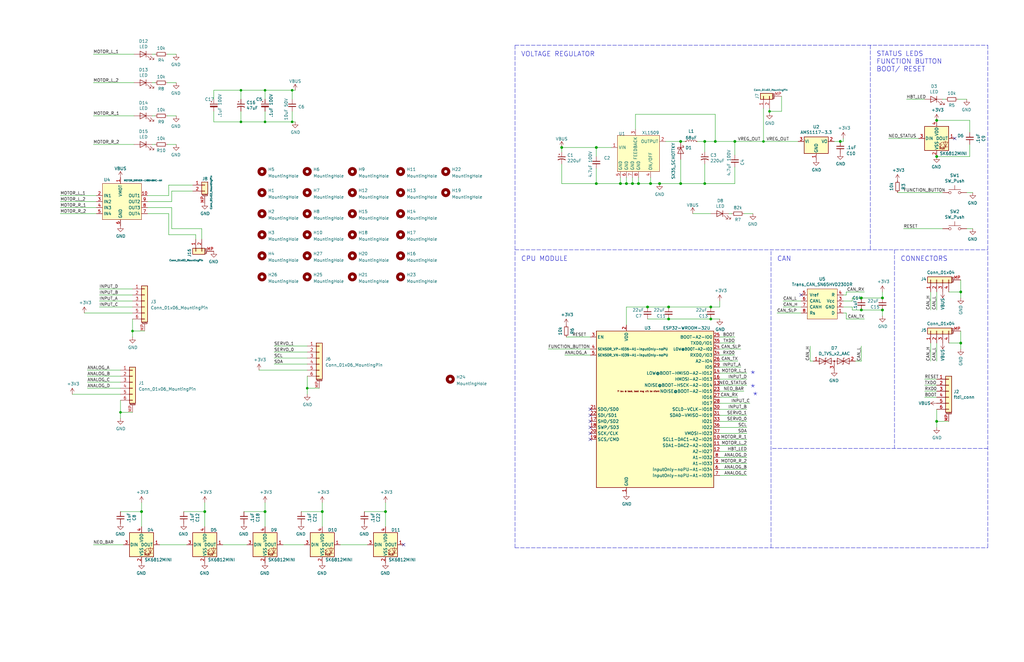
<source format=kicad_sch>
(kicad_sch (version 20211123) (generator eeschema)
  (paper "B")
  (title_block (rev "1.0P") (company "Evezor Inc."))
  (junction (at 309.88 59.69) (diameter 1.016))
  (junction (at 123.19 51.435))
  (junction (at 59.69 215.9) (diameter 1.016))
  (junction (at 261.62 77.47) (diameter 1.016))
  (junction (at 162.56 215.9) (diameter 1.016))
  (junction (at 251.46 77.47) (diameter 1.016))
  (junction (at 405.13 123.19) (diameter 1.016))
  (junction (at 287.02 77.47) (diameter 1.016))
  (junction (at 299.72 129.54) (diameter 1.016))
  (junction (at 324.485 46.99))
  (junction (at 372.11 130.81) (diameter 1.016))
  (junction (at 273.05 129.54) (diameter 1.016))
  (junction (at 86.36 215.9) (diameter 1.016))
  (junction (at 55.88 139.7))
  (junction (at 372.11 125.73) (diameter 1.016))
  (junction (at 135.89 215.9) (diameter 1.016))
  (junction (at 101.6 51.435))
  (junction (at 278.13 77.47) (diameter 1.016))
  (junction (at 363.22 125.73) (diameter 1.016))
  (junction (at 321.945 59.69))
  (junction (at 269.24 77.47) (diameter 1.016))
  (junction (at 394.97 50.8) (diameter 1.016))
  (junction (at 101.6 38.1))
  (junction (at 405.13 144.78) (diameter 1.016))
  (junction (at 394.97 66.04) (diameter 1.016))
  (junction (at 281.94 134.62) (diameter 1.016))
  (junction (at 264.16 77.47) (diameter 1.016))
  (junction (at 354.33 59.69) (diameter 1.016))
  (junction (at 111.76 51.435))
  (junction (at 266.7 77.47) (diameter 1.016))
  (junction (at 299.72 134.62) (diameter 1.016))
  (junction (at 281.94 129.54) (diameter 1.016))
  (junction (at 297.18 59.69) (diameter 1.016))
  (junction (at 111.76 38.1))
  (junction (at 129.54 163.83))
  (junction (at 301.625 59.69) (diameter 1.016))
  (junction (at 363.22 130.81) (diameter 1.016))
  (junction (at 297.18 77.47) (diameter 1.016))
  (junction (at 50.8 173.99))
  (junction (at 123.19 38.1))
  (junction (at 394.97 177.8) (diameter 1.016))
  (junction (at 274.32 77.47) (diameter 1.016))
  (junction (at 251.46 62.23) (diameter 1.016))
  (junction (at 287.02 59.69) (diameter 1.016))
  (junction (at 236.855 62.23) (diameter 1.016))
  (junction (at 111.76 215.9) (diameter 1.016))
  (no_connect (at 248.92 180.34))
  (no_connect (at 248.92 177.8))
  (no_connect (at 248.92 172.72))
  (no_connect (at 402.59 58.42))
  (no_connect (at 248.92 175.26))
  (no_connect (at 337.82 124.46))
  (no_connect (at 248.92 182.88))
  (no_connect (at 170.18 229.87))
  (no_connect (at 248.92 185.42))
  (wire (pts (xy 50.8 215.9) (xy 59.69 215.9)))
  (wire (pts (xy 111.76 38.1) (xy 111.76 41.91)))
  (wire (pts (xy 363.22 146.05) (xy 363.22 152.4)))
  (polyline (pts (xy 367.03 19.05) (xy 367.03 105.41)) (stroke (width 0) (type dash)))
  (wire (pts (xy 337.82 129.54) (xy 330.2 129.54)))
  (wire (pts (xy 356.87 134.62) (xy 364.49 134.62)))
  (wire (pts (xy 394.97 123.19) (xy 394.97 130.81)))
  (wire (pts (xy 387.35 58.42) (xy 374.65 58.42)))
  (wire (pts (xy 355.6 124.46) (xy 356.87 124.46)))
  (wire (pts (xy 123.19 51.435) (xy 124.46 51.435)))
  (wire (pts (xy 115.57 146.05) (xy 129.54 146.05)))
  (wire (pts (xy 127 215.9) (xy 135.89 215.9)))
  (wire (pts (xy 115.57 148.59) (xy 129.54 148.59)))
  (wire (pts (xy 25.4 87.63) (xy 40.64 87.63)))
  (wire (pts (xy 123.19 38.1) (xy 123.19 41.91)))
  (wire (pts (xy 102.87 215.9) (xy 111.76 215.9)))
  (wire (pts (xy 111.76 215.9) (xy 111.76 222.25)))
  (wire (pts (xy 392.43 123.19) (xy 392.43 130.81)))
  (wire (pts (xy 341.63 146.05) (xy 341.63 152.4)))
  (wire (pts (xy 77.47 215.9) (xy 86.36 215.9)))
  (wire (pts (xy 356.87 124.46) (xy 356.87 123.19)))
  (wire (pts (xy 372.11 125.73) (xy 372.11 123.19)))
  (wire (pts (xy 39.37 22.86) (xy 56.515 22.86)))
  (wire (pts (xy 329.565 46.99) (xy 324.485 46.99)))
  (wire (pts (xy 321.945 45.72) (xy 321.945 59.69)))
  (wire (pts (xy 111.76 51.435) (xy 111.76 46.99)))
  (wire (pts (xy 403.86 41.91) (xy 407.67 41.91)))
  (wire (pts (xy 309.88 59.69) (xy 309.88 65.405)))
  (wire (pts (xy 303.53 142.24) (xy 309.88 142.24)))
  (wire (pts (xy 363.22 125.73) (xy 372.11 125.73)))
  (wire (pts (xy 394.97 66.04) (xy 408.94 66.04)))
  (wire (pts (xy 64.135 34.925) (xy 65.405 34.925)))
  (wire (pts (xy 294.005 59.69) (xy 297.18 59.69)))
  (wire (pts (xy 356.87 123.19) (xy 364.49 123.19)))
  (wire (pts (xy 278.13 77.47) (xy 287.02 77.47)))
  (wire (pts (xy 363.22 130.81) (xy 372.11 130.81)))
  (wire (pts (xy 236.855 77.47) (xy 251.46 77.47)))
  (wire (pts (xy 359.41 127) (xy 359.41 125.73)))
  (wire (pts (xy 162.56 215.9) (xy 162.56 212.09)))
  (wire (pts (xy 299.72 129.54) (xy 303.53 129.54)))
  (wire (pts (xy 62.23 90.17) (xy 71.12 90.17)))
  (wire (pts (xy 71.12 90.17) (xy 71.12 99.06)))
  (wire (pts (xy 71.12 99.06) (xy 82.55 99.06)))
  (wire (pts (xy 111.76 215.9) (xy 111.76 212.09)))
  (wire (pts (xy 251.46 62.23) (xy 236.855 62.23)))
  (wire (pts (xy 389.89 160.02) (xy 394.97 160.02)))
  (wire (pts (xy 267.97 48.26) (xy 267.97 54.61)))
  (wire (pts (xy 86.36 215.9) (xy 86.36 222.25)))
  (wire (pts (xy 297.18 77.47) (xy 309.88 77.47)))
  (wire (pts (xy 303.53 129.54) (xy 303.53 127)))
  (wire (pts (xy 101.6 51.435) (xy 101.6 46.99)))
  (polyline (pts (xy 217.17 19.05) (xy 416.56 19.05)) (stroke (width 0) (type dash)))
  (wire (pts (xy 303.53 190.5) (xy 314.96 190.5)))
  (wire (pts (xy 394.97 177.8) (xy 400.05 177.8)))
  (wire (pts (xy 85.09 96.52) (xy 85.09 100.965)))
  (wire (pts (xy 400.05 144.78) (xy 405.13 144.78)))
  (wire (pts (xy 135.89 215.9) (xy 135.89 212.09)))
  (wire (pts (xy 303.53 200.66) (xy 314.96 200.66)))
  (wire (pts (xy 327.66 132.08) (xy 337.82 132.08)))
  (wire (pts (xy 341.63 152.4) (xy 342.9 152.4)))
  (wire (pts (xy 111.76 38.1) (xy 123.19 38.1)))
  (wire (pts (xy 303.53 198.12) (xy 314.96 198.12)))
  (wire (pts (xy 329.565 40.64) (xy 329.565 46.99)))
  (wire (pts (xy 30.48 166.37) (xy 50.8 166.37)))
  (wire (pts (xy 55.88 139.7) (xy 60.96 139.7)))
  (wire (pts (xy 115.57 153.67) (xy 129.54 153.67)))
  (wire (pts (xy 303.53 165.1) (xy 313.69 165.1)))
  (wire (pts (xy 59.69 215.9) (xy 59.69 212.09)))
  (wire (pts (xy 25.4 82.55) (xy 40.64 82.55)))
  (wire (pts (xy 123.19 51.435) (xy 123.19 46.99)))
  (wire (pts (xy 261.62 77.47) (xy 264.16 77.47)))
  (wire (pts (xy 309.88 149.86) (xy 303.53 149.86)))
  (wire (pts (xy 109.22 156.21) (xy 129.54 156.21)))
  (wire (pts (xy 39.37 34.925) (xy 56.515 34.925)))
  (wire (pts (xy 309.88 59.69) (xy 321.945 59.69)))
  (wire (pts (xy 378.46 81.28) (xy 397.51 81.28)))
  (wire (pts (xy 382.27 41.91) (xy 389.89 41.91)))
  (wire (pts (xy 269.24 77.47) (xy 274.32 77.47)))
  (wire (pts (xy 351.79 59.69) (xy 354.33 59.69)))
  (wire (pts (xy 162.56 215.9) (xy 162.56 222.25)))
  (wire (pts (xy 355.6 127) (xy 359.41 127)))
  (wire (pts (xy 301.625 48.26) (xy 301.625 59.69)))
  (wire (pts (xy 111.76 51.435) (xy 123.19 51.435)))
  (wire (pts (xy 355.6 132.08) (xy 356.87 132.08)))
  (wire (pts (xy 41.91 124.46) (xy 55.88 124.46)))
  (wire (pts (xy 251.46 62.23) (xy 251.46 66.04)))
  (wire (pts (xy 70.485 34.925) (xy 74.295 34.925)))
  (wire (pts (xy 59.69 215.9) (xy 59.69 222.25)))
  (wire (pts (xy 129.54 163.83) (xy 129.54 166.37)))
  (wire (pts (xy 394.97 172.72) (xy 394.97 177.8)))
  (wire (pts (xy 394.97 177.8) (xy 394.97 180.34)))
  (wire (pts (xy 363.22 152.4) (xy 360.68 152.4)))
  (wire (pts (xy 407.67 81.28) (xy 410.21 81.28)))
  (wire (pts (xy 52.07 229.87) (xy 39.37 229.87)))
  (polyline (pts (xy 217.17 231.14) (xy 217.17 19.05)) (stroke (width 0) (type dash)))
  (wire (pts (xy 394.97 167.64) (xy 389.89 167.64)))
  (wire (pts (xy 303.53 160.02) (xy 314.96 160.02)))
  (wire (pts (xy 90.17 38.1) (xy 90.17 41.91)))
  (wire (pts (xy 41.91 127) (xy 55.88 127)))
  (wire (pts (xy 39.37 48.895) (xy 56.515 48.895)))
  (wire (pts (xy 36.83 161.29) (xy 50.8 161.29)))
  (wire (pts (xy 309.88 70.485) (xy 309.88 77.47)))
  (wire (pts (xy 407.67 96.52) (xy 410.21 96.52)))
  (wire (pts (xy 50.8 168.91) (xy 50.8 173.99)))
  (wire (pts (xy 70.485 22.86) (xy 74.295 22.86)))
  (wire (pts (xy 303.53 152.4) (xy 311.15 152.4)))
  (polyline (pts (xy 416.56 189.23) (xy 325.12 189.23)) (stroke (width 0) (type dash)))
  (wire (pts (xy 287.02 77.47) (xy 297.18 77.47)))
  (wire (pts (xy 264.16 74.93) (xy 264.16 77.47)))
  (wire (pts (xy 299.72 134.62) (xy 303.53 134.62)))
  (polyline (pts (xy 416.56 19.05) (xy 416.56 231.14)) (stroke (width 0) (type dash)))
  (wire (pts (xy 119.38 229.87) (xy 128.27 229.87)))
  (wire (pts (xy 264.16 77.47) (xy 266.7 77.47)))
  (wire (pts (xy 143.51 229.87) (xy 154.94 229.87)))
  (wire (pts (xy 281.94 134.62) (xy 299.72 134.62)))
  (wire (pts (xy 93.98 229.87) (xy 104.14 229.87)))
  (wire (pts (xy 36.83 156.21) (xy 50.8 156.21)))
  (wire (pts (xy 303.53 162.56) (xy 314.96 162.56)))
  (wire (pts (xy 236.855 69.215) (xy 236.855 77.47)))
  (polyline (pts (xy 377.19 105.41) (xy 377.19 189.23)) (stroke (width 0) (type dash)))
  (wire (pts (xy 266.7 74.93) (xy 266.7 77.47)))
  (wire (pts (xy 297.18 59.69) (xy 301.625 59.69)))
  (wire (pts (xy 25.4 90.17) (xy 40.64 90.17)))
  (wire (pts (xy 25.4 85.09) (xy 40.64 85.09)))
  (wire (pts (xy 274.32 74.93) (xy 274.32 77.47)))
  (wire (pts (xy 257.81 62.23) (xy 251.46 62.23)))
  (wire (pts (xy 101.6 38.1) (xy 101.6 41.91)))
  (wire (pts (xy 287.02 59.69) (xy 288.925 59.69)))
  (wire (pts (xy 303.53 187.96) (xy 314.96 187.96)))
  (wire (pts (xy 231.14 147.32) (xy 248.92 147.32)))
  (wire (pts (xy 62.23 82.55) (xy 71.12 82.55)))
  (wire (pts (xy 71.12 78.105) (xy 81.28 78.105)))
  (wire (pts (xy 71.12 82.55) (xy 71.12 78.105)))
  (wire (pts (xy 356.87 132.08) (xy 356.87 134.62)))
  (wire (pts (xy 303.53 182.88) (xy 314.96 182.88)))
  (wire (pts (xy 287.02 77.47) (xy 287.02 67.31)))
  (wire (pts (xy 251.46 71.12) (xy 251.46 77.47)))
  (wire (pts (xy 405.13 118.11) (xy 405.13 123.19)))
  (wire (pts (xy 303.53 157.48) (xy 314.96 157.48)))
  (wire (pts (xy 355.6 129.54) (xy 359.41 129.54)))
  (wire (pts (xy 316.23 170.18) (xy 303.53 170.18)))
  (wire (pts (xy 301.625 59.69) (xy 309.88 59.69)))
  (wire (pts (xy 408.94 66.04) (xy 408.94 60.96)))
  (wire (pts (xy 303.53 185.42) (xy 314.96 185.42)))
  (wire (pts (xy 55.88 134.62) (xy 55.88 139.7)))
  (wire (pts (xy 129.54 163.83) (xy 134.62 163.83)))
  (wire (pts (xy 238.76 142.24) (xy 248.92 142.24)))
  (wire (pts (xy 324.485 46.99) (xy 324.485 47.625)))
  (wire (pts (xy 90.17 51.435) (xy 101.6 51.435)))
  (wire (pts (xy 281.94 129.54) (xy 299.72 129.54)))
  (polyline (pts (xy 217.17 231.14) (xy 416.56 231.14)) (stroke (width 0) (type dash)))
  (wire (pts (xy 123.19 38.1) (xy 124.46 38.1)))
  (wire (pts (xy 381 96.52) (xy 397.51 96.52)))
  (polyline (pts (xy 217.17 105.41) (xy 416.56 105.41)) (stroke (width 0) (type dash)))
  (wire (pts (xy 101.6 51.435) (xy 111.76 51.435)))
  (wire (pts (xy 90.17 38.1) (xy 101.6 38.1)))
  (wire (pts (xy 101.6 38.1) (xy 111.76 38.1)))
  (wire (pts (xy 62.23 87.63) (xy 72.39 87.63)))
  (wire (pts (xy 72.39 87.63) (xy 72.39 96.52)))
  (wire (pts (xy 72.39 96.52) (xy 85.09 96.52)))
  (wire (pts (xy 264.16 137.16) (xy 264.16 129.54)))
  (wire (pts (xy 261.62 74.93) (xy 261.62 77.47)))
  (wire (pts (xy 50.8 173.99) (xy 50.8 176.53)))
  (wire (pts (xy 337.82 127) (xy 330.2 127)))
  (wire (pts (xy 273.05 129.54) (xy 281.94 129.54)))
  (wire (pts (xy 312.42 147.32) (xy 303.53 147.32)))
  (wire (pts (xy 269.24 74.93) (xy 269.24 77.47)))
  (wire (pts (xy 394.97 50.8) (xy 408.94 50.8)))
  (wire (pts (xy 274.32 77.47) (xy 278.13 77.47)))
  (wire (pts (xy 35.56 132.08) (xy 55.88 132.08)))
  (wire (pts (xy 64.135 48.895) (xy 65.405 48.895)))
  (wire (pts (xy 355.6 59.69) (xy 355.6 58.42)))
  (wire (pts (xy 313.69 90.17) (xy 317.5 90.17)))
  (wire (pts (xy 324.485 45.72) (xy 324.485 46.99)))
  (wire (pts (xy 359.41 129.54) (xy 359.41 130.81)))
  (wire (pts (xy 86.36 215.9) (xy 86.36 212.09)))
  (wire (pts (xy 238.125 149.86) (xy 248.92 149.86)))
  (wire (pts (xy 389.89 165.1) (xy 394.97 165.1)))
  (wire (pts (xy 72.39 80.645) (xy 72.39 85.09)))
  (wire (pts (xy 72.39 80.645) (xy 81.28 80.645)))
  (wire (pts (xy 72.39 85.09) (xy 62.23 85.09)))
  (polyline (pts (xy 325.12 231.14) (xy 325.12 105.41)) (stroke (width 0) (type dash)))
  (wire (pts (xy 303.53 175.26) (xy 314.96 175.26)))
  (wire (pts (xy 129.54 158.75) (xy 129.54 163.83)))
  (wire (pts (xy 39.37 60.96) (xy 56.515 60.96)))
  (wire (pts (xy 251.46 77.47) (xy 261.62 77.47)))
  (wire (pts (xy 303.53 180.34) (xy 314.96 180.34)))
  (wire (pts (xy 135.89 215.9) (xy 135.89 222.25)))
  (wire (pts (xy 280.67 59.69) (xy 287.02 59.69)))
  (wire (pts (xy 311.15 167.64) (xy 303.53 167.64)))
  (wire (pts (xy 267.97 48.26) (xy 301.625 48.26)))
  (wire (pts (xy 236.855 62.23) (xy 236.855 64.135)))
  (wire (pts (xy 82.55 99.06) (xy 82.55 100.965)))
  (wire (pts (xy 303.53 172.72) (xy 314.96 172.72)))
  (wire (pts (xy 400.05 123.19) (xy 405.13 123.19)))
  (wire (pts (xy 405.13 123.19) (xy 405.13 125.73)))
  (wire (pts (xy 405.13 139.7) (xy 405.13 144.78)))
  (wire (pts (xy 405.13 144.78) (xy 405.13 147.32)))
  (wire (pts (xy 321.945 59.69) (xy 336.55 59.69)))
  (wire (pts (xy 273.05 134.62) (xy 281.94 134.62)))
  (wire (pts (xy 55.88 139.7) (xy 55.88 142.24)))
  (wire (pts (xy 36.83 158.75) (xy 50.8 158.75)))
  (wire (pts (xy 67.31 229.87) (xy 78.74 229.87)))
  (wire (pts (xy 266.7 77.47) (xy 269.24 77.47)))
  (wire (pts (xy 297.18 77.47) (xy 297.18 69.215)))
  (wire (pts (xy 292.1 90.17) (xy 299.72 90.17)))
  (wire (pts (xy 303.53 177.8) (xy 314.96 177.8)))
  (wire (pts (xy 70.485 48.895) (xy 74.295 48.895)))
  (wire (pts (xy 64.135 22.86) (xy 65.405 22.86)))
  (wire (pts (xy 359.41 125.73) (xy 363.22 125.73)))
  (wire (pts (xy 307.34 90.17) (xy 308.61 90.17)))
  (wire (pts (xy 303.53 195.58) (xy 314.96 195.58)))
  (wire (pts (xy 264.16 129.54) (xy 273.05 129.54)))
  (wire (pts (xy 153.67 215.9) (xy 162.56 215.9)))
  (wire (pts (xy 303.53 144.78) (xy 309.88 144.78)))
  (wire (pts (xy 41.91 129.54) (xy 55.88 129.54)))
  (wire (pts (xy 372.11 133.35) (xy 372.11 130.81)))
  (wire (pts (xy 50.8 173.99) (xy 55.88 173.99)))
  (wire (pts (xy 359.41 130.81) (xy 363.22 130.81)))
  (wire (pts (xy 394.97 144.78) (xy 394.97 152.4)))
  (wire (pts (xy 392.43 144.78) (xy 392.43 152.4)))
  (wire (pts (xy 408.94 50.8) (xy 408.94 55.88)))
  (wire (pts (xy 70.485 60.96) (xy 74.295 60.96)))
  (wire (pts (xy 303.53 193.04) (xy 314.96 193.04)))
  (wire (pts (xy 354.33 59.69) (xy 355.6 59.69)))
  (wire (pts (xy 115.57 151.13) (xy 129.54 151.13)))
  (wire (pts (xy 64.135 60.96) (xy 65.405 60.96)))
  (wire (pts (xy 397.51 41.91) (xy 398.78 41.91)))
  (wire (pts (xy 36.83 163.83) (xy 50.8 163.83)))
  (wire (pts (xy 389.89 162.56) (xy 394.97 162.56)))
  (wire (pts (xy 41.91 121.92) (xy 55.88 121.92)))
  (wire (pts (xy 297.18 59.69) (xy 297.18 64.135)))
  (wire (pts (xy 303.53 154.94) (xy 312.42 154.94)))
  (wire (pts (xy 90.17 51.435) (xy 90.17 46.99)))
  (text "*" (at 317.246 169.037 0) (effects (font (size 3 3)) (justify left bottom)))
  (text "VOLTAGE REGULATOR" (at 219.71 24.13 0) (effects (font (size 2.0066 2.0066)) (justify left bottom)))
  (text "*" (at 316.23 165.735 0) (effects (font (size 3 3)) (justify left bottom)))
  (text "CPU MODULE" (at 219.71 110.49 0) (effects (font (size 2.0066 2.0066)) (justify left bottom)))
  (text "*" (at 316.23 160.02 0) (effects (font (size 3 3)) (justify left bottom)))
  (text "CAN \n" (at 327.66 110.49 0) (effects (font (size 2.0066 2.0066)) (justify left bottom)))
  (text "STATUS LEDS \nFUNCTION BUTTON\nBOOT/ RESET " (at 369.57 30.48 0) (effects (font (size 2.0066 2.0066)) (justify left bottom)))
  (text "CONNECTORS" (at 379.73 110.49 0) (effects (font (size 2.0066 2.0066)) (justify left bottom)))
  (label "MOTOR_R_1" (at 314.96 185.42 180))
  (label "MOTOR_R_1" (at 25.4 87.63 0))
  (label "TXDO" (at 309.88 144.78 180))
  (label "MOTOR_L_2" (at 314.96 187.96 180))
  (label "RESET" (at 241.3 142.24 0))
  (label "ANALOG_C" (at 314.96 200.66 180))
  (label "ANALOG_A" (at 36.83 156.21 0))
  (label "SDA" (at 314.96 182.88 180))
  (label "CAN_H" (at 392.43 130.81 90))
  (label "INPUT_C" (at 41.91 129.54 0))
  (label "CAN_TX" (at 311.15 152.4 180))
  (label "CAN_L" (at 394.97 130.81 90))
  (label "ANALOG_B" (at 314.96 198.12 180))
  (label "INPUT_C" (at 316.23 170.18 180))
  (label "ANALOG_D" (at 36.83 163.83 0))
  (label "SERVO_1" (at 115.57 146.05 0))
  (label "SERVO_0" (at 314.96 177.8 180))
  (label "HBT_LED" (at 314.96 190.5 180))
  (label "CAN_SLP" (at 327.66 132.08 0))
  (label "HBT_LED" (at 382.27 41.91 0))
  (label "CAN_L" (at 330.2 127 0))
  (label "MOTOR_R_2" (at 39.37 60.96 0))
  (label "MOTOR_R_1" (at 39.37 48.895 0))
  (label "CAN_L" (at 363.22 152.4 90))
  (label "MOTOR_L_1" (at 25.4 82.55 0))
  (label "MOTOR_L_2" (at 25.4 85.09 0))
  (label "NEO_BAR" (at 313.69 165.1 180))
  (label "ANALOG_A" (at 238.125 149.86 0))
  (label "INPUT_A" (at 41.91 127 0))
  (label "RXD0" (at 389.89 165.1 0))
  (label "CAN_SLP" (at 312.42 147.32 180))
  (label "CAN_RX" (at 364.49 123.19 180))
  (label "CAN_H" (at 392.43 152.4 90))
  (label "ANALOG_B" (at 36.83 158.75 0))
  (label "INPUT_B" (at 314.96 172.72 180))
  (label "SDA" (at 115.57 153.67 0))
  (label "MOTOR_L_2" (at 39.37 34.925 0))
  (label "ANALOG_D" (at 314.96 193.04 180))
  (label "INPUT_D" (at 314.96 160.02 180))
  (label "MOTOR_R_2" (at 314.96 195.58 180))
  (label "VREG_OUT" (at 332.74 59.69 180))
  (label "INPUT_B" (at 41.91 124.46 0))
  (label "INPUT_A" (at 312.42 154.94 180))
  (label "MOTOR_L_1" (at 39.37 22.86 0))
  (label "TXDO" (at 389.89 162.56 0))
  (label "FUNCTION_BUTTON" (at 381 81.28 0))
  (label "NEO_STATUS" (at 374.65 58.42 0))
  (label "SCL" (at 314.96 180.34 180))
  (label "VREG_OUT" (at 320.675 59.69 180))
  (label "RESET" (at 381 96.52 0))
  (label "CAN_TX" (at 364.49 134.62 180))
  (label "SERVO_0" (at 115.57 148.59 0))
  (label "MOTOR_L_1" (at 314.96 157.48 180))
  (label "FUNCTION_BUTTON" (at 231.14 147.32 0))
  (label "CAN_H" (at 341.63 146.05 270))
  (label "MOTOR_R_2" (at 25.4 90.17 0))
  (label "INPUT_D" (at 41.91 121.92 0))
  (label "CAN_H" (at 330.2 129.54 0))
  (label "BOOT" (at 389.89 167.64 0))
  (label "SCL" (at 115.57 151.13 0))
  (label "RXD0" (at 309.88 149.86 180))
  (label "SERVO_1" (at 314.96 175.26 180))
  (label "BOOT" (at 309.88 142.24 180))
  (label "ANALOG_C" (at 36.83 161.29 0))
  (label "NEO_BAR" (at 39.37 229.87 0))
  (label "NEO_STATUS" (at 314.96 162.56 180))
  (label "RESET" (at 389.89 160.02 0))
  (label "CAN_L" (at 394.97 152.4 90))
  (label "CAN_RX" (at 311.15 167.64 180))
  (symbol (lib_id "power:GND") (at 405.13 147.32 0) (unit 1)
    (property "Reference" "#PWR0123" (effects hide))
    (property "Value" "GND" (at 405.13 152.4 90))
  )
  (symbol (lib_id "power:+3.3V") (at 355.6 58.42 0) (unit 1)
    (property "Reference" "#PWR0101" (effects hide))
    (property "Value" "+3.3V" (at 355.981 54.0258 0))
  )
  (symbol (lib_id "Regulator_Linear:AMS1117-3.3") (at 344.17 59.69 0) (unit 1)
    (property "Reference" "U2" (at 344.17 53.5432 0))
    (property "Value" "AMS1117-3.3" (at 344.17 55.8546 0))
    (property "Footprint" "Package_TO_SOT_SMD:SOT-223-3_TabPin2" (effects hide))
    (property "Datasheet" "http://www.advanced-monolithic.com/pdf/ds1117.pdf" (effects hide))
  )
  (symbol (lib_id "power:GND") (at 344.17 67.31 0) (unit 1)
    (property "Reference" "#PWR0110" (effects hide))
    (property "Value" "GND" (at 344.297 71.7042 0))
  )
  (symbol (lib_id "Device:LED") (at 393.7 41.91 0) (mirror y) (unit 1)
    (property "Reference" "D3" (at 393.8778 36.4236 0))
    (property "Value" "LED" (at 393.8778 38.735 0))
    (property "Footprint" "LED_SMD:LED_0603_1608Metric" (effects hide))
  )
  (symbol (lib_id "Device:R_Small") (at 401.32 41.91 270) (mirror x) (unit 1)
    (property "Reference" "R5" (at 401.32 44.45 90))
    (property "Value" "10k" (at 401.32 39.37 90))
    (property "Footprint" "Resistor_SMD:R_0603_1608Metric" (effects hide))
  )
  (symbol (lib_id "power:GND") (at 407.67 41.91 0) (mirror y) (unit 1)
    (property "Reference" "#PWR0133" (effects hide))
    (property "Value" "GND" (at 407.543 46.3042 0))
  )
  (symbol (lib_id "power:GND") (at 410.21 81.28 0) (mirror y) (unit 1)
    (property "Reference" "#PWR0129" (effects hide))
    (property "Value" "GND" (at 410.083 85.6742 0))
  )
  (symbol (lib_id "Switch:SW_Push") (at 402.59 81.28 0) (unit 1)
    (property "Reference" "SW1" (at 402.59 74.041 0))
    (property "Value" "SW_Push" (at 402.59 76.3524 0))
    (property "Footprint" "Button_Switch_SMD:SWITCH_2x3_SMD_TACTILE_GREEN" (effects hide))
  )
  (symbol (lib_id "power:+3.3V") (at 394.97 50.8 0) (unit 1)
    (property "Reference" "#PWR0130" (effects hide))
    (property "Value" "+3.3V" (at 395.351 46.4058 0))
  )
  (symbol (lib_id "power:GND") (at 394.97 66.04 0) (mirror y) (unit 1)
    (property "Reference" "#PWR0131" (effects hide))
    (property "Value" "GND" (at 394.843 70.4342 0))
  )
  (symbol (lib_id "Device:C_Small") (at 408.94 58.42 180) (unit 1)
    (property "Reference" "C9" (at 414.7566 58.42 90))
    (property "Value" ".1uF" (at 412.4452 58.42 90))
    (property "Footprint" "Capacitor_SMD:C_0603_1608Metric" (effects hide))
  )
  (symbol (lib_id "Device:C_Small") (at 354.33 62.23 0) (unit 1)
    (property "Reference" "C10" (at 356.87 64.77 0) (effects (justify left)))
    (property "Value" ".1uF" (at 356.87 62.23 0) (effects (justify left)))
    (property "Footprint" "Capacitor_SMD:C_0603_1608Metric" (effects hide))
  )
  (symbol (lib_id "power:GND") (at 354.33 64.77 0) (unit 1)
    (property "Reference" "#PWR0137" (effects hide))
    (property "Value" "GND" (at 354.457 69.1642 0))
  )
  (symbol (lib_id "LED:SK6812MINI") (at 394.97 58.42 0) (unit 1)
    (property "Reference" "D6" (at 403.7076 57.2516 0) (effects (justify left)))
    (property "Value" "SK6812MINI" (at 396.24 64.77 0) (effects (justify left)))
    (property "Footprint" "LED_SMD:LED_SK6812MINI_PLCC4_3.5x3.5mm_P1.75mm" (effects hide))
    (property "Datasheet" "https://cdn-shop.adafruit.com/product-files/2686/SK6812MINI_REV.01-1-2.pdf" (effects hide))
  )
  (symbol (lib_id "power:VBUS") (at 397.51 144.78 180) (unit 1)
    (property "Reference" "#PWR0120" (effects hide))
    (property "Value" "VBUS" (at 397.51 149.86 90))
  )
  (symbol (lib_id "Device:D_TVS_x2_AAC") (at 351.79 152.4 0) (unit 1)
    (property "Reference" "D7" (at 351.79 146.9136 0))
    (property "Value" "D_TVS_x2_AAC" (at 351.79 149.225 0))
    (property "Footprint" "Package_TO_SOT_SMD:SOT-23" (effects hide))
  )
  (symbol (lib_id "power:GND") (at 351.79 156.21 0) (mirror y) (unit 1)
    (property "Reference" "#PWR0111" (effects hide))
    (property "Value" "GND" (at 351.663 160.6042 0))
  )
  (symbol (lib_id "Evezor_Library:Trans_CAN_SN65HVD230DR") (at 346.71 128.27 180) (unit 1)
    (property "Reference" "U5" (at 346.71 117.729 0))
    (property "Value" "Trans_CAN_SN65HVD230DR" (at 346.71 120.0404 0))
    (property "Footprint" "Package_SO:CAN-TRANS-SN65HVD230DR" (effects hide))
  )
  (symbol (lib_id "Device:C_Small") (at 363.22 128.27 0) (unit 1)
    (property "Reference" "C14" (at 359.41 125.73 0) (effects (justify left)))
    (property "Value" ".1uF" (at 360.68 130.81 90) (effects (justify left)))
    (property "Footprint" "Capacitor_SMD:C_0603_1608Metric" (effects hide))
  )
  (symbol (lib_id "Device:C_Small") (at 372.11 128.27 0) (unit 1)
    (property "Reference" "C15" (at 367.03 129.54 0) (effects (justify left)))
    (property "Value" "22uF" (at 365.76 127 0) (effects (justify left)))
    (property "Footprint" "Capacitor_SMD:C_0805_2012Metric" (effects hide))
  )
  (symbol (lib_id "Device:C_Small") (at 273.05 132.08 0) (unit 1)
    (property "Reference" "C7" (at 267.97 133.35 0) (effects (justify left)))
    (property "Value" "22uF" (at 266.7 130.81 0) (effects (justify left)))
    (property "Footprint" "Capacitor_SMD:C_0805_2012Metric" (effects hide))
  )
  (symbol (lib_id "Device:C_Small") (at 281.94 132.08 0) (unit 1)
    (property "Reference" "C11" (at 276.86 133.35 0) (effects (justify left)))
    (property "Value" "22uF" (at 275.59 130.81 0) (effects (justify left)))
    (property "Footprint" "Capacitor_SMD:C_0805_2012Metric" (effects hide))
  )
  (symbol (lib_id "Device:C_Small") (at 299.72 132.08 0) (unit 1)
    (property "Reference" "C13" (at 294.64 133.35 0) (effects (justify left)))
    (property "Value" "22uF" (at 293.37 130.81 0) (effects (justify left)))
    (property "Footprint" "Capacitor_SMD:C_0805_2012Metric" (effects hide))
  )
  (symbol (lib_id "Device:R_Small") (at 238.76 139.7 180) (unit 1)
    (property "Reference" "R6" (at 241.3 139.7 90))
    (property "Value" "10k" (at 236.22 139.7 90))
    (property "Footprint" "Resistor_SMD:R_0603_1608Metric" (effects hide))
  )
  (symbol (lib_id "Connector_Generic_MountingPin:Conn_01x06_MountingPin") (at 400.05 165.1 0) (unit 1)
    (property "Reference" "J2" (at 402.082 165.3032 0) (effects (justify left)))
    (property "Value" "ftdi_conn" (at 402.082 167.6146 0) (effects (justify left)))
    (property "Footprint" "Connector_JST:JST_SH_BM06B-SRSS-TB_1x06-1MP_P1.00mm_Vertical" (effects hide))
  )
  (symbol (lib_id "power:+3.3V") (at 238.76 137.16 0) (unit 1)
    (property "Reference" "#PWR0113" (effects hide))
    (property "Value" "+3.3V" (at 239.141 132.7658 0))
  )
  (symbol (lib_id "power:+3.3V") (at 303.53 127 0) (unit 1)
    (property "Reference" "#PWR0114" (effects hide))
    (property "Value" "+3.3V" (at 303.911 122.6058 0))
  )
  (symbol (lib_id "power:GND") (at 303.53 134.62 0) (unit 1)
    (property "Reference" "#PWR0126" (effects hide))
    (property "Value" "GND" (at 303.657 139.0142 0))
  )
  (symbol (lib_id "Connector_Generic_MountingPin:Conn_01x04_MountingPin") (at 394.97 139.7 90) (unit 1)
    (property "Reference" "J5" (at 388.3152 139.3444 90) (effects (justify right)))
    (property "Value" "Conn_01x04" (at 390.8552 136.5758 90) (effects (justify right)))
    (property "Footprint" "Connector_JST:JST_PH_S4B-PH-SM4-TB_1x04-1MP_P2.00mm_Horizontal" (effects hide))
  )
  (symbol (lib_id "power:GND") (at 405.13 125.73 0) (unit 1)
    (property "Reference" "#PWR0118" (effects hide))
    (property "Value" "GND" (at 405.13 130.81 90))
  )
  (symbol (lib_id "power:VBUS") (at 397.51 123.19 180) (unit 1)
    (property "Reference" "#PWR0121" (effects hide))
    (property "Value" "VBUS" (at 397.51 128.27 90))
  )
  (symbol (lib_id "Connector_Generic_MountingPin:Conn_01x04_MountingPin") (at 394.97 118.11 90) (unit 1)
    (property "Reference" "J4" (at 388.3152 117.7544 90) (effects (justify right)))
    (property "Value" "Conn_01x04" (at 390.8552 114.9858 90) (effects (justify right)))
    (property "Footprint" "Connector_JST:JST_PH_B4B-PH-SM4-TB_1x04-1MP_P2.00mm_Vertical" (effects hide))
  )
  (symbol (lib_id "power:+3.3V") (at 372.11 123.19 0) (unit 1)
    (property "Reference" "#PWR0127" (effects hide))
    (property "Value" "+3.3V" (at 372.491 118.7958 0))
  )
  (symbol (lib_id "power:GND") (at 372.11 133.35 0) (unit 1)
    (property "Reference" "#PWR0132" (effects hide))
    (property "Value" "GND" (at 372.237 137.7442 0))
  )
  (symbol (lib_id "power:GND") (at 394.97 180.34 0) (unit 1)
    (property "Reference" "#PWR0119" (effects hide))
    (property "Value" "GND" (at 395.097 184.7342 0))
  )
  (symbol (lib_id "power:GND") (at 264.16 208.28 0) (unit 1)
    (property "Reference" "#PWR0124" (effects hide))
    (property "Value" "GND" (at 264.287 212.6742 0))
  )
  (symbol (lib_id "RF_Module:ESP32-WROOM-32U") (at 276.86 172.72 0) (unit 1)
    (property "Reference" "U3" (at 273.05 138.43 0))
    (property "Value" "ESP32-WROOM-32U" (at 289.56 138.43 0))
    (property "Footprint" "RF_Module:ESP32-WROOM-32U_evezor" (effects hide))
    (property "Datasheet" "https://www.espressif.com/sites/default/files/documentation/esp32-wroom-32d_esp32-wroom-32u_datasheet_en.pdf" (effects hide))
  )
  (symbol (lib_id "power:GND") (at 410.21 96.52 0) (mirror y) (unit 1)
    (property "Reference" "#PWR0117" (effects hide))
    (property "Value" "GND" (at 410.083 100.9142 0))
  )
  (symbol (lib_id "Switch:SW_Push") (at 402.59 96.52 0) (unit 1)
    (property "Reference" "SW2" (at 402.59 89.281 0))
    (property "Value" "SW_Push" (at 402.59 91.5924 0))
    (property "Footprint" "Button_Switch_SMD:SWITCH_2x3_SMD_TACTILE_GREEN" (effects hide))
  )
  (symbol (lib_id "Device:LED") (at 303.53 90.17 0) (mirror y) (unit 1)
    (property "Reference" "D8" (at 303.7078 84.6836 0))
    (property "Value" "LED" (at 303.7078 86.995 0))
    (property "Footprint" "LED_SMD:LED_0603_1608Metric" (effects hide))
  )
  (symbol (lib_id "Device:R_Small") (at 311.15 90.17 270) (mirror x) (unit 1)
    (property "Reference" "R7" (at 311.15 92.71 90))
    (property "Value" "82k" (at 311.15 87.63 90))
    (property "Footprint" "Resistor_SMD:R_0603_1608Metric" (effects hide))
  )
  (symbol (lib_id "power:GND") (at 317.5 90.17 0) (mirror y) (unit 1)
    (property "Reference" "#PWR0138" (effects hide))
    (property "Value" "GND" (at 317.373 94.5642 0))
  )
  (symbol (lib_id "power:VBUS") (at 394.97 170.18 90) (unit 1)
    (property "Reference" "#PWR0112" (effects hide))
    (property "Value" "VBUS" (at 389.89 170.18 90))
  )
  (symbol (lib_id "Device:R_Small") (at 378.46 78.74 180) (unit 1)
    (property "Reference" "R3" (at 381 78.74 90))
    (property "Value" "10k" (at 375.92 78.74 90))
    (property "Footprint" "Resistor_SMD:R_0603_1608Metric" (effects hide))
  )
  (symbol (lib_id "power:+3.3V") (at 378.46 76.2 0) (unit 1)
    (property "Reference" "#PWR0116" (effects hide))
    (property "Value" "+3.3V" (at 378.841 71.8058 0))
  )
  (symbol (lib_id "power:VBUS") (at 124.46 38.1 0) (unit 1)
    (property "Reference" "#PWR024" (effects hide))
    (property "Value" "VBUS" (at 124.46 34.29 0))
  )
  (symbol (lib_id "power:GND") (at 127 220.98 0) (mirror y) (unit 1)
    (property "Reference" "#PWR026" (effects hide))
    (property "Value" "GND" (at 126.873 225.3742 0))
  )
  (symbol (lib_id "Mechanical:MountingHole") (at 168.91 90.17 0) (unit 1)
    (property "Reference" "H14" (at 171.45 89.2615 0) (effects (justify left)))
    (property "Value" "MountingHole" (at 171.45 92.0366 0) (effects (justify left)))
    (property "Footprint" "MountingHole:MountingHole_3.2mm_M3_ISO14580" (effects hide))
  )
  (symbol (lib_id "Device:CP_Small") (at 111.76 44.45 0) (unit 1)
    (property "Reference" "C5" (at 107.95 41.91 0) (effects (justify left)))
    (property "Value" ".1uF 100V" (at 114.3 49.53 90) (effects (justify left)))
    (property "Footprint" "Capacitor_SMD:C_0805_2012Metric" (effects hide))
  )
  (symbol (lib_id "Mechanical:MountingHole") (at 148.59 90.17 0) (unit 1)
    (property "Reference" "H15" (at 151.13 89.2615 0) (effects (justify left)))
    (property "Value" "MountingHole" (at 151.13 92.0366 0) (effects (justify left)))
    (property "Footprint" "MountingHole:MountingHole_3.2mm_M3_ISO14580" (effects hide))
  )
  (symbol (lib_id "Mechanical:MountingHole") (at 110.49 99.06 0) (unit 1)
    (property "Reference" "H3" (at 113.03 98.1515 0) (effects (justify left)))
    (property "Value" "MountingHole" (at 113.03 100.9266 0) (effects (justify left)))
    (property "Footprint" "MountingHole:MountingHole_3.2mm_M3_ISO14580" (effects hide))
  )
  (symbol (lib_id "power:GND") (at 86.36 85.725 0) (unit 1)
    (property "Reference" "#PWR015" (effects hide))
    (property "Value" "GND" (at 86.487 90.1192 0))
  )
  (symbol (lib_id "Device:CP1_Small") (at 101.6 44.45 0) (unit 1)
    (property "Reference" "C16" (at 103.9114 43.2816 0) (effects (justify left)))
    (property "Value" "47uF" (at 103.9114 45.593 0) (effects (justify left)))
    (property "Footprint" "Capacitor_SMD:CP_Elec_6.3x7.7" (effects hide))
  )
  (symbol (lib_id "LED:SK6812MINI") (at 162.56 229.87 0) (unit 1)
    (property "Reference" "D11" (at 164.9476 223.6216 0) (effects (justify left)))
    (property "Value" "SK6812MINI" (at 163.83 236.22 0) (effects (justify left)))
    (property "Footprint" "LED_SMD:LED_SK6812MINI_PLCC4_3.5x3.5mm_P1.75mm" (effects hide))
    (property "Datasheet" "https://cdn-shop.adafruit.com/product-files/2686/SK6812MINI_REV.01-1-2.pdf" (effects hide))
  )
  (symbol (lib_id "power:GND") (at 55.88 142.24 0) (unit 1)
    (property "Reference" "#PWR04" (effects hide))
    (property "Value" "GND" (at 56.007 146.6342 0))
  )
  (symbol (lib_id "Mechanical:MountingHole") (at 129.54 81.28 0) (unit 1)
    (property "Reference" "H7" (at 132.08 80.3715 0) (effects (justify left)))
    (property "Value" "MountingHole" (at 132.08 83.1466 0) (effects (justify left)))
    (property "Footprint" "MountingHole:MountingHole_3.2mm_M3_ISO14580" (effects hide))
  )
  (symbol (lib_id "Mechanical:MountingHole") (at 187.96 72.39 0) (unit 1)
    (property "Reference" "H22" (at 190.5 71.4815 0) (effects (justify left)))
    (property "Value" "MountingHole" (at 190.5 74.2566 0) (effects (justify left)))
    (property "Footprint" "MountingHole:MountingHole_2.7mm_M2.5_ISO14580" (effects hide))
  )
  (symbol (lib_id "power:GND") (at 111.76 237.49 0) (mirror y) (unit 1)
    (property "Reference" "#PWR023" (effects hide))
    (property "Value" "GND" (at 111.633 241.8842 0))
  )
  (symbol (lib_id "Device:R_Small") (at 67.945 22.86 270) (mirror x) (unit 1)
    (property "Reference" "R4" (at 67.945 25.4 90))
    (property "Value" "10k" (at 67.945 20.32 90))
    (property "Footprint" "Resistor_SMD:R_0603_1608Metric" (effects hide))
  )
  (symbol (lib_id "power:GND") (at 153.67 220.98 0) (mirror y) (unit 1)
    (property "Reference" "#PWR035" (effects hide))
    (property "Value" "GND" (at 153.543 225.3742 0))
  )
  (symbol (lib_id "Device:CP1_Small") (at 236.855 66.675 0) (unit 1)
    (property "Reference" "C1" (at 239.1664 65.5066 0) (effects (justify left)))
    (property "Value" "220uF" (at 239.1664 67.818 0) (effects (justify left)))
    (property "Footprint" "Capacitor_SMD:CP_Elec_10x10.5" (effects hide))
  )
  (symbol (lib_id "LED:SK6812MINI") (at 135.89 229.87 0) (unit 1)
    (property "Reference" "D10" (at 138.2776 223.6216 0) (effects (justify left)))
    (property "Value" "SK6812MINI" (at 137.16 236.22 0) (effects (justify left)))
    (property "Footprint" "LED_SMD:LED_SK6812MINI_PLCC4_3.5x3.5mm_P1.75mm" (effects hide))
    (property "Datasheet" "https://cdn-shop.adafruit.com/product-files/2686/SK6812MINI_REV.01-1-2.pdf" (effects hide))
  )
  (symbol (lib_id "power:GND") (at 129.54 166.37 0) (unit 1)
    (property "Reference" "#PWR011" (effects hide))
    (property "Value" "GND" (at 129.667 170.7642 0))
  )
  (symbol (lib_id "power:VBUS") (at 50.8 74.93 0) (unit 1)
    (property "Reference" "#PWR05" (effects hide))
    (property "Value" "VBUS" (at 50.8 71.12 0))
  )
  (symbol (lib_id "power:+3.3V") (at 109.22 156.21 0) (unit 1)
    (property "Reference" "#PWR010" (effects hide))
    (property "Value" "+3.3V" (at 109.601 151.8158 0))
  )
  (symbol (lib_id "Device:C_Small") (at 127 218.44 180) (unit 1)
    (property "Reference" "C21" (at 132.8166 218.44 90))
    (property "Value" ".1uF" (at 130.5052 218.44 90))
    (property "Footprint" "Capacitor_SMD:C_0603_1608Metric" (effects hide))
  )
  (symbol (lib_id "Mechanical:MountingHole") (at 168.91 99.06 0) (unit 1)
    (property "Reference" "H17" (at 171.45 98.1515 0) (effects (justify left)))
    (property "Value" "MountingHole" (at 171.45 100.9266 0) (effects (justify left)))
    (property "Footprint" "MountingHole:MountingHole_3.2mm_M3_ISO14580" (effects hide))
  )
  (symbol (lib_id "Device:CP_Small") (at 90.17 44.45 0) (unit 1)
    (property "Reference" "C17" (at 86.36 41.91 0) (effects (justify left)))
    (property "Value" ".1uF 100V" (at 92.71 49.53 90) (effects (justify left)))
    (property "Footprint" "Capacitor_SMD:C_0805_2012Metric" (effects hide))
  )
  (symbol (lib_id "Mechanical:MountingHole") (at 110.49 90.17 0) (unit 1)
    (property "Reference" "H2" (at 113.03 89.2615 0) (effects (justify left)))
    (property "Value" "MountingHole" (at 113.03 92.0366 0) (effects (justify left)))
    (property "Footprint" "MountingHole:MountingHole_3.2mm_M3_ISO14580" (effects hide))
  )
  (symbol (lib_id "power:+3.3V") (at 59.69 212.09 0) (unit 1)
    (property "Reference" "#PWR08" (effects hide))
    (property "Value" "+3.3V" (at 60.071 207.6958 0))
  )
  (symbol (lib_id "power:VBUS") (at 292.1 90.17 0) (mirror y) (unit 1)
    (property "Reference" "#PWR012" (effects hide))
    (property "Value" "VBUS" (at 292.1 86.5654 0))
  )
  (symbol (lib_id "LED:SK6812MINI") (at 59.69 229.87 0) (unit 1)
    (property "Reference" "D4" (at 62.0776 223.6216 0) (effects (justify left)))
    (property "Value" "SK6812MINI" (at 60.96 236.22 0) (effects (justify left)))
    (property "Footprint" "LED_SMD:LED_SK6812MINI_PLCC4_3.5x3.5mm_P1.75mm" (effects hide))
    (property "Datasheet" "https://cdn-shop.adafruit.com/product-files/2686/SK6812MINI_REV.01-1-2.pdf" (effects hide))
  )
  (symbol (lib_id "Device:LED") (at 60.325 60.96 0) (mirror y) (unit 1)
    (property "Reference" "D15" (at 60.5028 55.4736 0))
    (property "Value" "LED" (at 60.5028 57.785 0))
    (property "Footprint" "LED_SMD:LED_0603_1608Metric" (effects hide))
  )
  (symbol (lib_id "Connector_Generic_MountingPin:Conn_01x06_MountingPin") (at 60.96 127 0) (unit 1)
    (property "Reference" "J3" (at 63.5 127.3555 0) (effects (justify left)))
    (property "Value" "Conn_01x06_MountingPin" (at 63.5 129.8955 0) (effects (justify left)))
    (property "Footprint" "Connector_FFC-FPC:TE_84952-6_1x06-1MP_P1.0mm_Horizontal" (effects hide))
  )
  (symbol (lib_id "Device:LED") (at 60.325 48.895 0) (mirror y) (unit 1)
    (property "Reference" "D14" (at 60.5028 43.4086 0))
    (property "Value" "LED" (at 60.5028 45.72 0))
    (property "Footprint" "LED_SMD:LED_0603_1608Metric" (effects hide))
  )
  (symbol (lib_id "Connector_Generic_MountingPin:Conn_01x02_MountingPin") (at 321.945 40.64 90) (unit 1)
    (property "Reference" "J7" (at 319.2585 41.7829 0) (effects (justify left)))
    (property "Value" "Conn_01x02_MountingPin" (at 332.1936 37.9729 90) (effects (font (size 0.75 0.75)) (justify left)))
    (property "Footprint" "Connector_JST:JST_XH_2_VERTICAL" (effects hide))
  )
  (symbol (lib_id "Device:R_Small") (at 67.945 48.895 270) (mirror x) (unit 1)
    (property "Reference" "R9" (at 67.945 51.435 90))
    (property "Value" "10k" (at 67.945 46.355 90))
    (property "Footprint" "Resistor_SMD:R_0603_1608Metric" (effects hide))
  )
  (symbol (lib_id "power:GND") (at 50.8 220.98 0) (mirror y) (unit 1)
    (property "Reference" "#PWR07" (effects hide))
    (property "Value" "GND" (at 50.673 225.3742 0))
  )
  (symbol (lib_id "LED:SK6812MINI") (at 86.36 229.87 0) (unit 1)
    (property "Reference" "D5" (at 88.7476 223.6216 0) (effects (justify left)))
    (property "Value" "SK6812MINI" (at 87.63 236.22 0) (effects (justify left)))
    (property "Footprint" "LED_SMD:LED_SK6812MINI_PLCC4_3.5x3.5mm_P1.75mm" (effects hide))
    (property "Datasheet" "https://cdn-shop.adafruit.com/product-files/2686/SK6812MINI_REV.01-1-2.pdf" (effects hide))
  )
  (symbol (lib_id "Device:C_Small") (at 251.46 68.58 0) (unit 1)
    (property "Reference" "C2" (at 254.635 66.675 0) (effects (justify left)))
    (property "Value" "4.7uF 100V" (at 248.92 74.93 90) (effects (justify left)))
    (property "Footprint" "Capacitor_SMD:C_0805_2012Metric" (effects hide))
  )
  (symbol (lib_id "Connector_Generic_MountingPin:Conn_01x02_MountingPin") (at 86.36 78.105 0) (unit 1)
    (property "Reference" "J8" (at 85.2171 75.4185 0) (effects (justify left)))
    (property "Value" "Conn_01x02_MountingPin" (at 89.0271 88.3536 90) (effects (font (size 0.75 0.75)) (justify left)))
    (property "Footprint" "Connector_JST:JST_XH_2_VERTICAL" (effects hide))
  )
  (symbol (lib_id "Mechanical:MountingHole") (at 187.96 81.28 0) (unit 1)
    (property "Reference" "H19" (at 190.5 80.3715 0) (effects (justify left)))
    (property "Value" "MountingHole" (at 190.5 83.1466 0) (effects (justify left)))
    (property "Footprint" "MountingHole:MountingHole_3.2mm_M3_ISO14580" (effects hide))
  )
  (symbol (lib_id "Device:C_Small") (at 50.8 218.44 180) (unit 1)
    (property "Reference" "C8" (at 56.6166 218.44 90))
    (property "Value" ".1uF" (at 54.3052 218.44 90))
    (property "Footprint" "Capacitor_SMD:C_0603_1608Metric" (effects hide))
  )
  (symbol (lib_id "Mechanical:MountingHole") (at 168.91 107.95 0) (unit 1)
    (property "Reference" "H16" (at 171.45 107.0415 0) (effects (justify left)))
    (property "Value" "MountingHole" (at 171.45 109.8166 0) (effects (justify left)))
    (property "Footprint" "MountingHole:MountingHole_3.2mm_M3_ISO14580" (effects hide))
  )
  (symbol (lib_id "power:GND") (at 74.295 22.86 0) (mirror y) (unit 1)
    (property "Reference" "#PWR019" (effects hide))
    (property "Value" "GND" (at 74.168 27.2542 0))
  )
  (symbol (lib_id "power:+3.3V") (at 135.89 212.09 0) (unit 1)
    (property "Reference" "#PWR027" (effects hide))
    (property "Value" "+3.3V" (at 136.271 207.6958 0))
  )
  (symbol (lib_id "Mechanical:MountingHole") (at 148.59 107.95 0) (unit 1)
    (property "Reference" "H20" (at 151.13 107.0415 0) (effects (justify left)))
    (property "Value" "MountingHole" (at 151.13 109.8166 0) (effects (justify left)))
    (property "Footprint" "MountingHole:MountingHole_3.2mm_M3_ISO14580" (effects hide))
  )
  (symbol (lib_id "power:GND") (at 124.46 51.435 0) (unit 1)
    (property "Reference" "#PWR025" (effects hide))
    (property "Value" "GND" (at 124.587 55.8292 0))
  )
  (symbol (lib_id "power:GND") (at 135.89 237.49 0) (mirror y) (unit 1)
    (property "Reference" "#PWR028" (effects hide))
    (property "Value" "GND" (at 135.763 241.8842 0))
  )
  (symbol (lib_id "Device:R_Small") (at 67.945 60.96 270) (mirror x) (unit 1)
    (property "Reference" "R10" (at 67.945 63.5 90))
    (property "Value" "10k" (at 67.945 58.42 90))
    (property "Footprint" "Resistor_SMD:R_0603_1608Metric" (effects hide))
  )
  (symbol (lib_id "Mechanical:MountingHole") (at 129.54 107.95 0) (unit 1)
    (property "Reference" "H27" (at 132.08 107.0415 0) (effects (justify left)))
    (property "Value" "MountingHole" (at 132.08 109.8166 0) (effects (justify left)))
    (property "Footprint" "MountingHole:MountingHole_3.2mm_M3_ISO14580" (effects hide))
  )
  (symbol (lib_id "power:GND") (at 90.17 106.045 0) (mirror y) (unit 1)
    (property "Reference" "#PWR016" (effects hide))
    (property "Value" "GND" (at 90.043 110.4392 0))
  )
  (symbol (lib_id "Mechanical:MountingHole") (at 129.54 90.17 0) (unit 1)
    (property "Reference" "H8" (at 132.08 89.2615 0) (effects (justify left)))
    (property "Value" "MountingHole" (at 132.08 92.0366 0) (effects (justify left)))
    (property "Footprint" "MountingHole:MountingHole_3.2mm_M3_ISO14580" (effects hide))
  )
  (symbol (lib_id "Device:C_Small") (at 123.19 44.45 0) (unit 1)
    (property "Reference" "C6" (at 125.73 45.085 0) (effects (justify left)))
    (property "Value" "10uF 50V" (at 120.65 50.8 90) (effects (justify left)))
    (property "Footprint" "Capacitor_SMD:C_1206_3216Metric" (effects hide))
  )
  (symbol (lib_id "Mechanical:MountingHole") (at 110.49 107.95 0) (unit 1)
    (property "Reference" "H4" (at 113.03 107.0415 0) (effects (justify left)))
    (property "Value" "MountingHole" (at 113.03 109.8166 0) (effects (justify left)))
    (property "Footprint" "MountingHole:MountingHole_3.2mm_M3_ISO14580" (effects hide))
  )
  (symbol (lib_id "Mechanical:MountingHole") (at 129.54 116.84 0) (unit 1)
    (property "Reference" "H25" (at 132.08 115.9315 0) (effects (justify left)))
    (property "Value" "MountingHole" (at 132.08 118.7066 0) (effects (justify left)))
    (property "Footprint" "MountingHole:MountingHole_3.2mm_M3_ISO14580" (effects hide))
  )
  (symbol (lib_id "Mechanical:MountingHole") (at 148.59 116.84 0) (unit 1)
    (property "Reference" "H21" (at 151.13 115.9315 0) (effects (justify left)))
    (property "Value" "MountingHole" (at 151.13 118.7066 0) (effects (justify left)))
    (property "Footprint" "MountingHole:MountingHole_2.7mm_M2.5_ISO14580" (effects hide))
  )
  (symbol (lib_id "power:GND") (at 74.295 34.925 0) (mirror y) (unit 1)
    (property "Reference" "#PWR020" (effects hide))
    (property "Value" "GND" (at 74.168 39.3192 0))
  )
  (symbol (lib_id "Mechanical:MountingHole") (at 189.865 160.02 0) (unit 1)
    (property "Reference" "H24" (at 192.405 159.1115 0) (effects (justify left)))
    (property "Value" "MountingHole" (at 192.405 161.8866 0) (effects (justify left)))
    (property "Footprint" "MountingHole:MountingHole_2.7mm_M2.5_ISO14580" (effects hide))
  )
  (symbol (lib_id "power:GND") (at 86.36 237.49 0) (mirror y) (unit 1)
    (property "Reference" "#PWR018" (effects hide))
    (property "Value" "GND" (at 86.233 241.8842 0))
  )
  (symbol (lib_id "Device:D_Schottky") (at 287.02 63.5 270) (unit 1)
    (property "Reference" "D1" (at 289.0266 62.3316 90) (effects (justify left)))
    (property "Value" "SX35_SCHOTTKY" (at 283.9466 60.198 0) (effects (justify left)))
    (property "Footprint" "Diode_SMD:D_SMA" (effects hide))
  )
  (symbol (lib_id "power:VBUS") (at 236.855 62.23 0) (mirror y) (unit 1)
    (property "Reference" "#PWR043" (effects hide))
    (property "Value" "VBUS" (at 236.855 58.6254 0))
  )
  (symbol (lib_id "Device:C_Small") (at 153.67 218.44 180) (unit 1)
    (property "Reference" "C22" (at 159.4866 218.44 90))
    (property "Value" ".1uF" (at 157.1752 218.44 90))
    (property "Footprint" "Capacitor_SMD:C_0603_1608Metric" (effects hide))
  )
  (symbol (lib_id "power:GND") (at 278.13 77.47 0) (mirror y) (unit 1)
    (property "Reference" "#PWR047" (effects hide))
    (property "Value" "GND" (at 278.13 82.0326 0))
  )
  (symbol (lib_id "Mechanical:MountingHole") (at 148.59 81.28 0) (unit 1)
    (property "Reference" "H12" (at 151.13 80.3715 0) (effects (justify left)))
    (property "Value" "MountingHole" (at 151.13 83.1466 0) (effects (justify left)))
    (property "Footprint" "MountingHole:MountingHole_3.2mm_M3_ISO14580" (effects hide))
  )
  (symbol (lib_id "Device:LED") (at 60.325 34.925 0) (mirror y) (unit 1)
    (property "Reference" "D13" (at 60.5028 29.4386 0))
    (property "Value" "LED" (at 60.5028 31.75 0))
    (property "Footprint" "LED_SMD:LED_0603_1608Metric" (effects hide))
  )
  (symbol (lib_id "Device:CP1_Small") (at 297.18 66.675 0) (unit 1)
    (property "Reference" "C3" (at 299.4914 65.5066 0) (effects (justify left)))
    (property "Value" "220uF" (at 299.4914 67.818 0) (effects (justify left)))
    (property "Footprint" "Capacitor_SMD:CP_Elec_10x10.5" (effects hide))
  )
  (symbol (lib_id "Mechanical:MountingHole") (at 110.49 72.39 0) (unit 1)
    (property "Reference" "H5" (at 113.03 71.4815 0) (effects (justify left)))
    (property "Value" "MountingHole" (at 113.03 74.2566 0) (effects (justify left)))
    (property "Footprint" "MountingHole:MountingHole_3.2mm_M3_ISO14580" (effects hide))
  )
  (symbol (lib_id "Connector_Generic_MountingPin:Conn_01x06_MountingPin") (at 134.62 151.13 0) (unit 1)
    (property "Reference" "J6" (at 137.16 151.4855 0) (effects (justify left)))
    (property "Value" "Conn_01x06_MountingPin" (at 137.16 154.0255 0) (effects (justify left)))
    (property "Footprint" "Connector_FFC-FPC:TE_84952-6_1x06-1MP_P1.0mm_Horizontal" (effects hide))
  )
  (symbol (lib_id "Mechanical:MountingHole") (at 110.49 116.84 0) (unit 1)
    (property "Reference" "H26" (at 113.03 115.9315 0) (effects (justify left)))
    (property "Value" "MountingHole" (at 113.03 118.7066 0) (effects (justify left)))
    (property "Footprint" "MountingHole:MountingHole_3.2mm_M3_ISO14580" (effects hide))
  )
  (symbol (lib_id "power:GND") (at 324.485 47.625 0) (unit 1)
    (property "Reference" "#PWR013" (effects hide))
    (property "Value" "GND" (at 324.612 52.0192 0))
  )
  (symbol (lib_id "Connector_Generic_MountingPin:Conn_01x06_MountingPin") (at 55.88 161.29 0) (unit 1)
    (property "Reference" "J1" (at 58.42 161.6455 0) (effects (justify left)))
    (property "Value" "Conn_01x06_MountingPin" (at 58.42 164.1855 0) (effects (justify left)))
    (property "Footprint" "Connector_FFC-FPC:TE_84952-6_1x06-1MP_P1.0mm_Horizontal" (effects hide))
  )
  (symbol (lib_id "Mechanical:MountingHole") (at 129.54 99.06 0) (unit 1)
    (property "Reference" "H10" (at 132.08 98.1515 0) (effects (justify left)))
    (property "Value" "MountingHole" (at 132.08 100.9266 0) (effects (justify left)))
    (property "Footprint" "MountingHole:MountingHole_3.2mm_M3_ISO14580" (effects hide))
  )
  (symbol (lib_id "power:GND") (at 162.56 237.49 0) (mirror y) (unit 1)
    (property "Reference" "#PWR037" (effects hide))
    (property "Value" "GND" (at 162.433 241.8842 0))
  )
  (symbol (lib_id "Device:L_Small") (at 291.465 59.69 270) (mirror x) (unit 1)
    (property "Reference" "L1" (at 291.465 55.3424 90))
    (property "Value" "68uF" (at 291.465 58.1175 90))
    (property "Footprint" "Inductor_SMD:INDUCTOR-68uH" (effects hide))
  )
  (symbol (lib_id "Evezor_Library:MOTOR_DRIVER-LV8548MC-AH") (at 50.8 86.36 0) (unit 1)
    (property "Reference" "U4" (at 45.085 75.856 0))
    (property "Value" "MOTOR_DRIVER-LV8548MC-AH" (at 60.325 76.1603 0) (effects (font (size 0.7 0.7))))
    (property "Footprint" "Package_SO:SOIC-10_LV8548MC-AH_evezor" (effects hide))
  )
  (symbol (lib_id "power:+3.3V") (at 111.76 212.09 0) (unit 1)
    (property "Reference" "#PWR022" (effects hide))
    (property "Value" "+3.3V" (at 112.141 207.6958 0))
  )
  (symbol (lib_id "power:GND") (at 74.295 60.96 0) (mirror y) (unit 1)
    (property "Reference" "#PWR045" (effects hide))
    (property "Value" "GND" (at 74.168 65.3542 0))
  )
  (symbol (lib_id "power:+3.3V") (at 86.36 212.09 0) (unit 1)
    (property "Reference" "#PWR017" (effects hide))
    (property "Value" "+3.3V" (at 86.741 207.6958 0))
  )
  (symbol (lib_id "power:+3.3V") (at 30.48 166.37 0) (unit 1)
    (property "Reference" "#PWR01" (effects hide))
    (property "Value" "+3.3V" (at 30.861 161.9758 0))
  )
  (symbol (lib_id "Mechanical:MountingHole") (at 110.49 81.28 0) (unit 1)
    (property "Reference" "H1" (at 113.03 80.3715 0) (effects (justify left)))
    (property "Value" "MountingHole" (at 113.03 83.1466 0) (effects (justify left)))
    (property "Footprint" "MountingHole:MountingHole_3.2mm_M3_ISO14580" (effects hide))
  )
  (symbol (lib_id "Device:C_Small") (at 309.88 67.945 0) (unit 1)
    (property "Reference" "C4" (at 313.055 69.85 90) (effects (justify left)))
    (property "Value" "4.7uF 100V" (at 307.34 74.295 90) (effects (justify left)))
    (property "Footprint" "Capacitor_SMD:C_0805_2012Metric" (effects hide))
  )
  (symbol (lib_id "Device:C_Small") (at 102.87 218.44 180) (unit 1)
    (property "Reference" "C18" (at 108.6866 218.44 90))
    (property "Value" ".1uF" (at 106.3752 218.44 90))
    (property "Footprint" "Capacitor_SMD:C_0603_1608Metric" (effects hide))
  )
  (symbol (lib_id "Device:C_Small") (at 77.47 218.44 180) (unit 1)
    (property "Reference" "C12" (at 83.2866 218.44 90))
    (property "Value" ".1uF" (at 80.9752 218.44 90))
    (property "Footprint" "Capacitor_SMD:C_0603_1608Metric" (effects hide))
  )
  (symbol (lib_id "Mechanical:MountingHole") (at 168.91 116.84 0) (unit 1)
    (property "Reference" "H23" (at 171.45 115.9315 0) (effects (justify left)))
    (property "Value" "MountingHole" (at 171.45 118.7066 0) (effects (justify left)))
    (property "Footprint" "MountingHole:MountingHole_2.7mm_M2.5_ISO14580" (effects hide))
  )
  (symbol (lib_id "Mechanical:MountingHole") (at 148.59 72.39 0) (unit 1)
    (property "Reference" "H9" (at 151.13 71.4815 0) (effects (justify left)))
    (property "Value" "MountingHole" (at 151.13 74.2566 0) (effects (justify left)))
    (property "Footprint" "MountingHole:MountingHole_3.2mm_M3_ISO14580" (effects hide))
  )
  (symbol (lib_id "power:GND") (at 102.87 220.98 0) (mirror y) (unit 1)
    (property "Reference" "#PWR021" (effects hide))
    (property "Value" "GND" (at 102.743 225.3742 0))
  )
  (symbol (lib_id "Device:R_Small") (at 67.945 34.925 270) (mirror x) (unit 1)
    (property "Reference" "R8" (at 67.945 37.465 90))
    (property "Value" "10k" (at 67.945 32.385 90))
    (property "Footprint" "Resistor_SMD:R_0603_1608Metric" (effects hide))
  )
  (symbol (lib_id "power:+3.3V") (at 35.56 132.08 0) (unit 1)
    (property "Reference" "#PWR02" (effects hide))
    (property "Value" "+3.3V" (at 35.941 127.6858 0))
  )
  (symbol (lib_id "power:GND") (at 74.295 48.895 0) (mirror y) (unit 1)
    (property "Reference" "#PWR044" (effects hide))
    (property "Value" "GND" (at 74.168 53.2892 0))
  )
  (symbol (lib_id "Mechanical:MountingHole") (at 148.59 99.06 0) (unit 1)
    (property "Reference" "H18" (at 151.13 98.1515 0) (effects (justify left)))
    (property "Value" "MountingHole" (at 151.13 100.9266 0) (effects (justify left)))
    (property "Footprint" "MountingHole:MountingHole_3.2mm_M3_ISO14580" (effects hide))
  )
  (symbol (lib_id "power:GND") (at 50.8 176.53 0) (unit 1)
    (property "Reference" "#PWR03" (effects hide))
    (property "Value" "GND" (at 50.927 180.9242 0))
  )
  (symbol (lib_id "power:GND") (at 77.47 220.98 0) (mirror y) (unit 1)
    (property "Reference" "#PWR014" (effects hide))
    (property "Value" "GND" (at 77.343 225.3742 0))
  )
  (symbol (lib_id "power:GND") (at 59.69 237.49 0) (mirror y) (unit 1)
    (property "Reference" "#PWR09" (effects hide))
    (property "Value" "GND" (at 59.563 241.8842 0))
  )
  (symbol (lib_id "power:GND") (at 50.8 95.25 0) (unit 1)
    (property "Reference" "#PWR06" (effects hide))
    (property "Value" "GND" (at 50.927 99.6442 0))
  )
  (symbol (lib_id "Mechanical:MountingHole") (at 168.91 72.39 0) (unit 1)
    (property "Reference" "H11" (at 171.45 71.4815 0) (effects (justify left)))
    (property "Value" "MountingHole" (at 171.45 74.2566 0) (effects (justify left)))
    (property "Footprint" "MountingHole:MountingHole_3.2mm_M3_ISO14580" (effects hide))
  )
  (symbol (lib_id "Mechanical:MountingHole") (at 168.91 81.28 0) (unit 1)
    (property "Reference" "H13" (at 171.45 80.3715 0) (effects (justify left)))
    (property "Value" "MountingHole" (at 171.45 83.1466 0) (effects (justify left)))
    (property "Footprint" "MountingHole:MountingHole_3.2mm_M3_ISO14580" (effects hide))
  )
  (symbol (lib_id "LED:SK6812MINI") (at 111.76 229.87 0) (unit 1)
    (property "Reference" "D9" (at 114.1476 223.6216 0) (effects (justify left)))
    (property "Value" "SK6812MINI" (at 113.03 236.22 0) (effects (justify left)))
    (property "Footprint" "LED_SMD:LED_SK6812MINI_PLCC4_3.5x3.5mm_P1.75mm" (effects hide))
    (property "Datasheet" "https://cdn-shop.adafruit.com/product-files/2686/SK6812MINI_REV.01-1-2.pdf" (effects hide))
  )
  (symbol (lib_id "Device:LED") (at 60.325 22.86 0) (mirror y) (unit 1)
    (property "Reference" "D12" (at 60.5028 17.3736 0))
    (property "Value" "LED" (at 60.5028 19.685 0))
    (property "Footprint" "LED_SMD:LED_0603_1608Metric" (effects hide))
  )
  (symbol (lib_id "Connector_Generic_MountingPin:Conn_01x02_MountingPin") (at 82.55 106.045 90) (mirror x) (unit 1)
    (property "Reference" "J16" (at 79.8635 104.9021 0) (effects (justify left)))
    (property "Value" "Conn_01x02_MountingPin" (at 85.725 109.855 90) (effects (font (size 0.75 0.75)) (justify left)))
    (property "Footprint" "Connector_JST:JST_XH_2_VERTICAL" (effects hide))
  )
  (symbol (lib_id "power:+3.3V") (at 162.56 212.09 0) (unit 1)
    (property "Reference" "#PWR036" (effects hide))
    (property "Value" "+3.3V" (at 162.941 207.6958 0))
  )
  (symbol (lib_id "Mechanical:MountingHole") (at 129.54 72.39 0) (unit 1)
    (property "Reference" "H6" (at 132.08 71.4815 0) (effects (justify left)))
    (property "Value" "MountingHole" (at 132.08 74.2566 0) (effects (justify left)))
    (property "Footprint" "MountingHole:MountingHole_3.2mm_M3_ISO14580" (effects hide))
  )
  (symbol (lib_id "Evezor_Library:XL1509") (at 269.24 66.04 0) (unit 1)
    (property "Reference" "U1" (at 262.255 56.4092 0))
    (property "Value" "XL1509" (at 274.32 56.0093 0))
    (property "Footprint" "Package_SO:SOIC-8_3.9x4.9mm_P1.27mm" (effects hide))
  )
)
</source>
